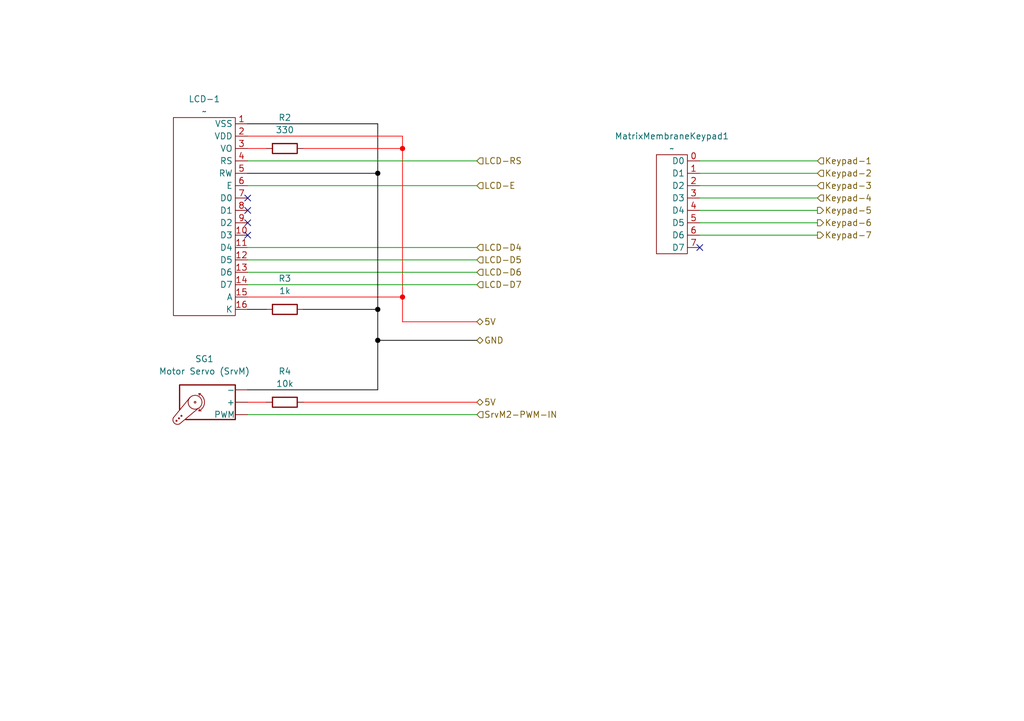
<source format=kicad_sch>
(kicad_sch (version 20231120) (generator "eeschema") (generator_version "8.0")
  (paper "A5")
  (title_block (title "Poubelle 2") (rev "0.0.1"))
  (lib_symbols
    (symbol "Device:R" (pin_numbers hide) (pin_names (offset 0))
      (property "Reference" "R" (at 2.032 0 90))
      (property "Value" "R" (at 0 0 90))
      (symbol "R_0_1"
        (rectangle (start -1.016 -2.54) (end 1.016 2.54) (stroke (width 0.254)))
      )
      (symbol "R_1_1"
        (pin passive line (at 0 3.81 270) (length 1.27) (name "~") (number "1"))
        (pin passive line (at 0 -3.81 90) (length 1.27) (name "~") (number "2"))
      )
    )
    (symbol "Motor:Motor_Servo" (pin_numbers hide) (pin_names (offset 0.0254))
      (property "Reference" "M" (at -5.08 4.445 0))
      (property "Value" "Motor_Servo" (at -5.08 -4.064 0))
      (symbol "Motor_Servo_0_1"
        (polyline (pts (xy 2.413 -1.778) (xy 2.032 -1.778)))
        (polyline (pts (xy 2.413 -1.778) (xy 2.286 -1.397)))
        (polyline (pts (xy 2.413 1.778) (xy 1.905 1.778)))
        (polyline (pts (xy 2.413 1.778) (xy 2.286 1.397)))
        (polyline (pts (xy 6.35 4.445) (xy 2.54 1.27)))
        (polyline (pts (xy 7.62 3.175) (xy 4.191 -1.016)))
        (polyline (pts (xy 5.08 3.556) (xy -5.08 3.556) (xy -5.08 -3.556) (xy 6.35 -3.556) (xy 6.35 1.524)) (stroke (width 0.254)))
        (arc (start 2.413 1.778) (mid 1.2406 0) (end 2.413 -1.778))
        (circle (center 3.175 0) (radius 0.1778))
        (circle (center 3.175 0) (radius 1.4224))
        (circle (center 5.969 2.794) (radius 0.127))
        (circle (center 6.477 3.302) (radius 0.127))
        (circle (center 6.985 3.81) (radius 0.127))
        (arc (start 7.62 3.175) (mid 7.4485 4.2735) (end 6.35 4.445))
      )
      (symbol "Motor_Servo_1_1"
        (pin passive line (at -7.62 2.54 0) (length 2.54) (name "PWM") (number "1"))
        (pin passive line (at -7.62 0 0) (length 2.54) (name "+") (number "2"))
        (pin passive line (at -7.62 -2.54 0) (length 2.54) (name "-") (number "3"))
      )
    )
    (symbol "OrdureX:27899"
      (property "Reference" "27899" (at 0 0 0))
      (symbol "27899_0_1"
        (rectangle (start 0 6.35) (end 6.35 -13.97))
      )
      (symbol "27899_1_1"
        (pin output line (at 8.89 5.08 180) (length 2.54) (name "D0") (number "0"))
        (pin output line (at 8.89 2.54 180) (length 2.54) (name "D1") (number "1"))
        (pin output line (at 8.89 0 180) (length 2.54) (name "D2") (number "2"))
        (pin output line (at 8.89 -2.54 180) (length 2.54) (name "D3") (number "3"))
        (pin output line (at 8.89 -5.08 180) (length 2.54) (name "D4") (number "4"))
        (pin output line (at 8.89 -7.62 180) (length 2.54) (name "D5") (number "5"))
        (pin output line (at 8.89 -10.16 180) (length 2.54) (name "D6") (number "6"))
        (pin output line (at 8.89 -12.7 180) (length 2.54) (name "D7") (number "7"))
      )
    )
    (symbol "OrdureX:LCD-1602"
      (property "Reference" "LCD-1602" (at 0 1.27 0))
      (symbol "LCD-1602_0_1"
        (rectangle (start -12.7 -1.27) (end 0 -41.91))
      )
      (symbol "LCD-1602_1_1"
        (pin power_in line (at 2.54 -2.54 180) (length 2.54) (name "VSS") (number "1"))
        (pin bidirectional line (at 2.54 -25.4 180) (length 2.54) (name "D3") (number "10"))
        (pin bidirectional line (at 2.54 -27.94 180) (length 2.54) (name "D4") (number "11"))
        (pin bidirectional line (at 2.54 -30.48 180) (length 2.54) (name "D5") (number "12"))
        (pin bidirectional line (at 2.54 -33.02 180) (length 2.54) (name "D6") (number "13"))
        (pin bidirectional line (at 2.54 -35.56 180) (length 2.54) (name "D7") (number "14"))
        (pin power_in line (at 2.54 -38.1 180) (length 2.54) (name "A") (number "15"))
        (pin power_in line (at 2.54 -40.64 180) (length 2.54) (name "K") (number "16"))
        (pin power_in line (at 2.54 -5.08 180) (length 2.54) (name "VDD") (number "2"))
        (pin input line (at 2.54 -7.62 180) (length 2.54) (name "VO") (number "3"))
        (pin input line (at 2.54 -10.16 180) (length 2.54) (name "RS") (number "4"))
        (pin input line (at 2.54 -12.7 180) (length 2.54) (name "RW") (number "5"))
        (pin input line (at 2.54 -15.24 180) (length 2.54) (name "E") (number "6"))
        (pin bidirectional line (at 2.54 -17.78 180) (length 2.54) (name "D0") (number "7"))
        (pin bidirectional line (at 2.54 -20.32 180) (length 2.54) (name "D1") (number "8"))
        (pin bidirectional line (at 2.54 -22.86 180) (length 2.54) (name "D2") (number "9"))
      )
    )
  )
  (junction (at 77.47 63.5) (color 0 0 0 1))
  (junction (at 77.47 69.85) (color 0 0 0 1))
  (junction (at 82.55 60.96) (color 245 0 0 1))
  (junction (at 77.47 35.56) (color 0 0 0 1))
  (junction (at 82.55 30.48) (color 245 0 0 1))
  (no_connect (at 143.51 50.8))
  (no_connect (at 50.8 40.64))
  (no_connect (at 50.8 45.72))
  (no_connect (at 50.8 48.26))
  (no_connect (at 50.8 43.18))
  (wire (pts (xy 50.8 27.94) (xy 82.55 27.94)) (stroke (width 0) (color 255 0 0 1)))
  (wire (pts (xy 62.23 30.48) (xy 82.55 30.48)) (stroke (width 0) (color 255 0 0 1)))
  (wire (pts (xy 50.8 35.56) (xy 77.47 35.56)) (stroke (width 0) (color 0 0 0 1)))
  (wire (pts (xy 50.8 58.42) (xy 97.79 58.42)))
  (wire (pts (xy 50.8 33.02) (xy 97.79 33.02)))
  (wire (pts (xy 77.47 80.01) (xy 77.47 69.85)) (stroke (width 0) (color 0 0 0 1)))
  (wire (pts (xy 50.8 53.34) (xy 97.79 53.34)))
  (wire (pts (xy 50.8 80.01) (xy 77.47 80.01)) (stroke (width 0) (color 0 0 0 1)))
  (wire (pts (xy 77.47 35.56) (xy 77.47 63.5)) (stroke (width 0) (color 0 0 0 1)))
  (wire (pts (xy 50.8 38.1) (xy 97.79 38.1)))
  (wire (pts (xy 143.51 33.02) (xy 167.64 33.02)))
  (wire (pts (xy 50.8 82.55) (xy 54.61 82.55)) (stroke (width 0) (color 255 0 0 1)))
  (wire (pts (xy 50.8 85.09) (xy 97.79 85.09)))
  (wire (pts (xy 50.8 50.8) (xy 97.79 50.8)))
  (wire (pts (xy 82.55 27.94) (xy 82.55 30.48)) (stroke (width 0) (color 255 0 0 1)))
  (wire (pts (xy 143.51 48.26) (xy 167.64 48.26)))
  (wire (pts (xy 143.51 45.72) (xy 167.64 45.72)))
  (wire (pts (xy 50.8 25.4) (xy 77.47 25.4)) (stroke (width 0) (color 0 0 0 1)))
  (wire (pts (xy 82.55 60.96) (xy 82.55 66.04)) (stroke (width 0) (color 255 0 0 1)))
  (wire (pts (xy 143.51 38.1) (xy 167.64 38.1)))
  (wire (pts (xy 50.8 63.5) (xy 54.61 63.5)) (stroke (width 0) (color 0 0 0 1)))
  (wire (pts (xy 77.47 69.85) (xy 97.79 69.85)) (stroke (width 0) (color 0 0 0 1)))
  (wire (pts (xy 82.55 30.48) (xy 82.55 60.96)) (stroke (width 0) (color 255 0 0 1)))
  (wire (pts (xy 143.51 40.64) (xy 167.64 40.64)))
  (wire (pts (xy 50.8 30.48) (xy 54.61 30.48)) (stroke (width 0) (color 255 0 0 1)))
  (wire (pts (xy 77.47 63.5) (xy 77.47 69.85)) (stroke (width 0) (color 0 0 0 1)))
  (wire (pts (xy 50.8 55.88) (xy 97.79 55.88)))
  (wire (pts (xy 143.51 43.18) (xy 167.64 43.18)))
  (wire (pts (xy 143.51 35.56) (xy 167.64 35.56)))
  (wire (pts (xy 62.23 82.55) (xy 97.79 82.55)) (stroke (width 0) (color 255 0 0 1)))
  (wire (pts (xy 77.47 25.4) (xy 77.47 35.56)) (stroke (width 0) (color 0 0 0 1)))
  (wire (pts (xy 62.23 63.5) (xy 77.47 63.5)) (stroke (width 0) (color 0 0 0 1)))
  (wire (pts (xy 82.55 66.04) (xy 97.79 66.04)) (stroke (width 0) (color 255 0 0 1)))
  (wire (pts (xy 50.8 60.96) (xy 82.55 60.96)) (stroke (width 0) (color 255 0 0 1)))
  (hierarchical_label "SrvM2-PWM-IN" (shape input) (at 97.79 85.09 0))
  (hierarchical_label "Keypad-5" (shape output) (at 167.64 43.18 0))
  (hierarchical_label "LCD-D5" (shape input) (at 97.79 53.34 0))
  (hierarchical_label "LCD-D4" (shape input) (at 97.79 50.8 0))
  (hierarchical_label "GND" (shape bidirectional) (at 97.79 69.85 0))
  (hierarchical_label "Keypad-3" (shape input) (at 167.64 38.1 0))
  (hierarchical_label "Keypad-7" (shape output) (at 167.64 48.26 0))
  (hierarchical_label "LCD-D7" (shape input) (at 97.79 58.42 0))
  (hierarchical_label "Keypad-4" (shape input) (at 167.64 40.64 0))
  (hierarchical_label "5V" (shape bidirectional) (at 97.79 82.55 0))
  (hierarchical_label "Keypad-1" (shape input) (at 167.64 33.02 0))
  (hierarchical_label "LCD-D6" (shape input) (at 97.79 55.88 0))
  (hierarchical_label "5V" (shape bidirectional) (at 97.79 66.04 0))
  (hierarchical_label "LCD-E" (shape input) (at 97.79 38.1 0))
  (hierarchical_label "Keypad-6" (shape output) (at 167.64 45.72 0))
  (hierarchical_label "LCD-RS" (shape input) (at 97.79 33.02 0))
  (hierarchical_label "Keypad-2" (shape input) (at 167.64 35.56 0))
  (symbol (lib_id "Device:R") (at 58.42 63.5 90) (unit 1)
    (property "Reference" "R3" (at 58.42 57.15 90))
    (property "Value" "1k" (at 58.42 59.69 90))
    (property "Description" "Resistor" (effects (hide yes)))
  )
  (symbol (lib_id "Motor:Motor_Servo") (at 43.18 82.55 180) (unit 1)
    (property "Reference" "SG1" (at 41.9211 73.66 0))
    (property "Value" "Motor Servo (SrvM)" (at 41.9211 76.2 0))
    (property "Datasheet" "http://forums.parallax.com/uploads/attachments/46831/74481.png" (effects (hide yes)))
    (property "Description" "Servo Motor (Futaba, HiTec, JR connector)" (effects (hide yes)))
  )
  (symbol (lib_id "OrdureX:27899") (at 134.62 38.1 0) (unit 1)
    (property "Reference" "MatrixMembraneKeypad1" (at 137.795 27.94 0))
    (property "Value" "~" (at 137.795 30.48 0))
  )
  (symbol (lib_id "OrdureX:LCD-1602") (at 48.26 22.86 0) (unit 1)
    (property "Reference" "LCD-1" (at 41.91 20.32 0))
    (property "Value" "~" (at 41.91 22.86 0))
  )
  (symbol (lib_id "Device:R") (at 58.42 30.48 90) (unit 1)
    (property "Reference" "R2" (at 58.42 24.13 90))
    (property "Value" "330" (at 58.42 26.67 90))
    (property "Description" "Resistor" (effects (hide yes)))
  )
  (symbol (lib_id "Device:R") (at 58.42 82.55 90) (unit 1)
    (property "Reference" "R4" (at 58.42 76.2 90))
    (property "Value" "10k" (at 58.42 78.74 90))
    (property "Description" "Resistor" (effects (hide yes)))
  )
)
</source>
